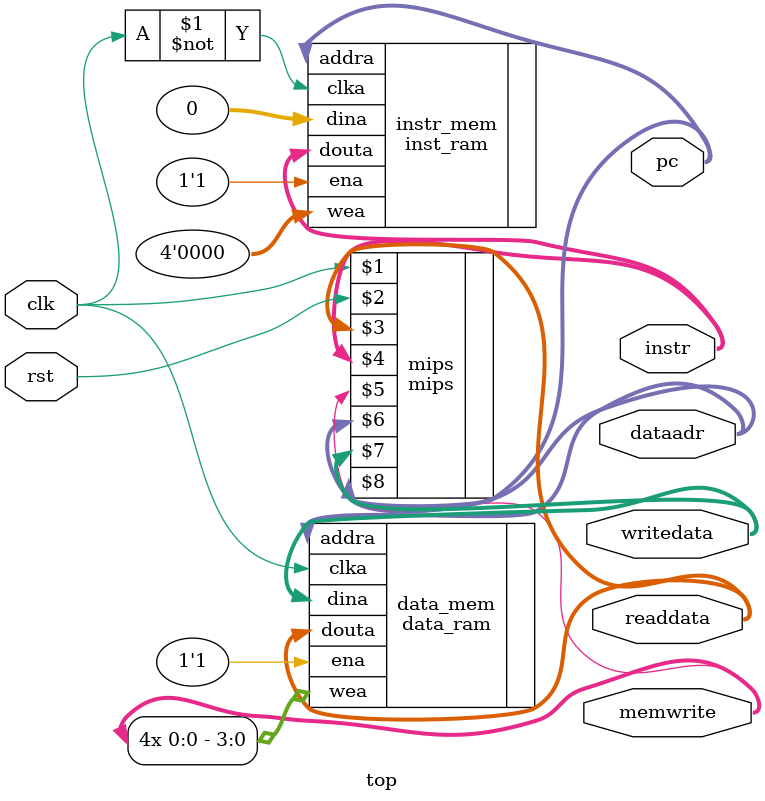
<source format=v>
`timescale 1ns / 1ps

//¶¥²ãÄ£¿é

module top(
	input wire clk,rst,//Ê±ÖÓ¡¢¸´Î»ÐÅºÅ
	output wire[31:0] writedata,dataadr,//ÒªÐ´ÈëµÄÊý¾Ý Ð´ÈëµÄµØÖ·
	output wire memwrite, //Êý¾Ý´æ´¢Æ÷µÄÐ´Ê¹ÄÜÐÅºÅ
	output wire[31:0] pc,
	output wire[31:0]instr,
	output wire [31:0]readdata//pc ¡¢Ö¸Áî¡¢¶Á³öÀ´µÄÊý¾Ý
    );


	mips mips(clk,rst,readdata,instr,memwrite,dataadr,writedata,pc);
	inst_ram instr_mem(
	.clka(~clk),
	.ena(1'b1),      // input wire ena
	.wea(4'b0000),      // input wire [3 : 0] wea
	.addra(pc),
	.dina(32'b0),    // input wire [31 : 0] dina
	.douta(instr)
);

    data_ram data_mem(
	.clka(clk),
	.ena(1'b1),
	.wea({4{memwrite}}),
	.addra(dataadr),
	.dina(writedata),	 // ÒªÐ´Èë´æ´¢Æ÷ÖÐµÄÊý¾Ý
	.douta(readdata)	 // ´Ó´æ´¢Æ÷ÖÐ¶Á³öµÄÊý¾Ý
);
	
endmodule

</source>
